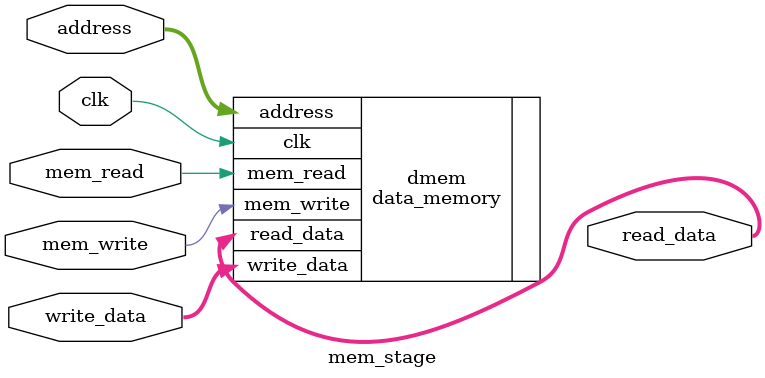
<source format=v>
module mem_stage (
    input wire clk,
    input wire mem_read,
    input wire mem_write,
    input wire [63:0] address,
    input wire [63:0] write_data,
    output wire [63:0] read_data
);

    // Data memory
    data_memory dmem (
        .clk(clk),
        .mem_read(mem_read),
        .mem_write(mem_write),
        .address(address),
        .write_data(write_data),
        .read_data(read_data)
    );

endmodule 
</source>
